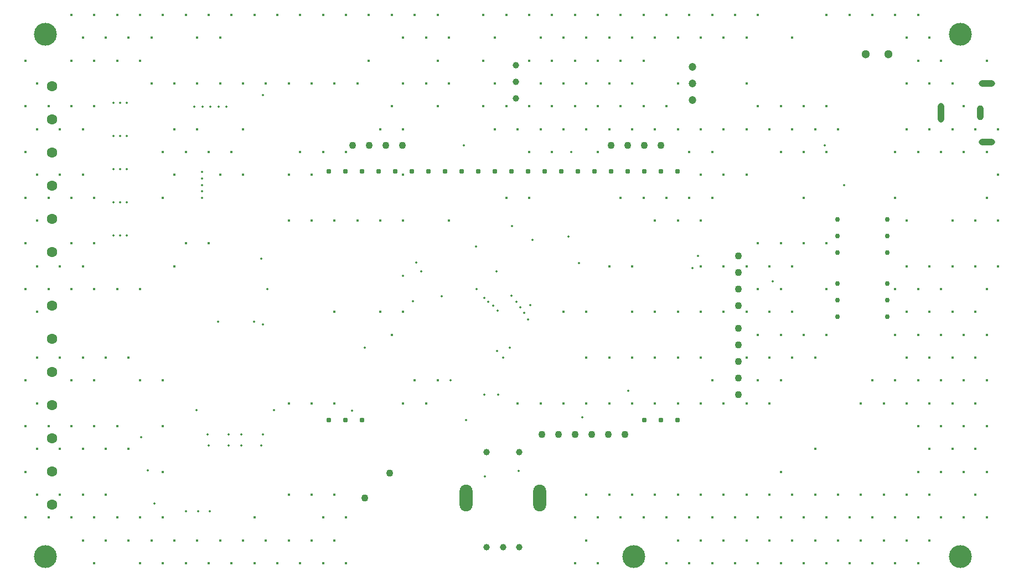
<source format=gbr>
%TF.GenerationSoftware,Altium Limited,Altium Designer,22.11.1 (43)*%
G04 Layer_Color=0*
%FSLAX43Y43*%
%MOMM*%
%TF.SameCoordinates,713154A8-74CC-4FB3-A553-2C66CAAA5226*%
%TF.FilePolarity,Positive*%
%TF.FileFunction,Plated,1,2,PTH,Drill*%
%TF.Part,Single*%
G01*
G75*
%TA.AperFunction,ComponentDrill*%
%ADD92O,2.000X4.100*%
%ADD93C,1.000*%
%ADD94C,0.780*%
%ADD95C,0.750*%
%ADD96O,2.500X1.000*%
%ADD97O,1.000X3.000*%
%ADD98O,1.000X2.300*%
%ADD99C,1.600*%
%ADD100C,1.100*%
%ADD101C,1.000*%
%TA.AperFunction,OtherDrill,Free Pad (95mm,5mm)*%
%ADD102C,3.500*%
%TA.AperFunction,OtherDrill,Free Pad (5mm,85mm)*%
%ADD103C,3.500*%
%TA.AperFunction,ComponentDrill*%
%ADD104C,1.200*%
%ADD105C,1.300*%
%TA.AperFunction,OtherDrill,Free Pad (145mm,85mm)*%
%ADD106C,3.500*%
%TA.AperFunction,OtherDrill,Free Pad (5mm,5mm)*%
%ADD107C,3.500*%
%TA.AperFunction,OtherDrill,Free Pad (145mm,5mm)*%
%ADD108C,3.500*%
%TA.AperFunction,ComponentDrill*%
%ADD109C,1.100*%
%TA.AperFunction,ViaDrill,NotFilled*%
%ADD110C,0.400*%
%ADD111C,0.350*%
D92*
X69400Y14000D02*
D03*
X80600D02*
D03*
D93*
X72500Y6500D02*
D03*
X75000D02*
D03*
X77500D02*
D03*
X72500Y21000D02*
D03*
X77500D02*
D03*
D94*
X48330Y25950D02*
D03*
X53410D02*
D03*
X50870D02*
D03*
X61030Y64050D02*
D03*
X71190D02*
D03*
X68650D02*
D03*
X66110D02*
D03*
X63570D02*
D03*
X58490D02*
D03*
X55950D02*
D03*
X53410D02*
D03*
X50870D02*
D03*
X48330D02*
D03*
X101670Y25950D02*
D03*
X99130D02*
D03*
X96590D02*
D03*
X73730Y64050D02*
D03*
X101670D02*
D03*
X88970D02*
D03*
X83890D02*
D03*
X81350D02*
D03*
X78810D02*
D03*
X76270D02*
D03*
X91510D02*
D03*
X94050D02*
D03*
X96590D02*
D03*
X86430D02*
D03*
X99130D02*
D03*
D95*
X126190Y56640D02*
D03*
Y54100D02*
D03*
Y51560D02*
D03*
X133810D02*
D03*
Y54100D02*
D03*
Y56640D02*
D03*
X126190Y46840D02*
D03*
Y44300D02*
D03*
Y41760D02*
D03*
X133810D02*
D03*
Y44300D02*
D03*
Y46840D02*
D03*
D96*
X149000Y68500D02*
D03*
Y77500D02*
D03*
D97*
X142000Y73000D02*
D03*
D98*
X148000D02*
D03*
D99*
X6000Y13000D02*
D03*
Y18080D02*
D03*
Y28240D02*
D03*
Y38400D02*
D03*
Y43480D02*
D03*
Y33320D02*
D03*
Y23160D02*
D03*
X6000Y51700D02*
D03*
Y56780D02*
D03*
Y66940D02*
D03*
Y77100D02*
D03*
Y72020D02*
D03*
Y61860D02*
D03*
D100*
X57080Y68000D02*
D03*
X59620D02*
D03*
X54540D02*
D03*
X52000D02*
D03*
X96590D02*
D03*
X99130D02*
D03*
X94050D02*
D03*
X91510D02*
D03*
X53900Y14000D02*
D03*
X57710Y17810D02*
D03*
X81000Y23700D02*
D03*
X83540D02*
D03*
X88620D02*
D03*
X93700D02*
D03*
X91160D02*
D03*
X86080D02*
D03*
D101*
X77000Y80300D02*
D03*
Y77760D02*
D03*
Y75220D02*
D03*
D102*
X95000Y5000D02*
D03*
D103*
X5000Y85000D02*
D03*
D104*
X104000Y74920D02*
D03*
Y77460D02*
D03*
Y80000D02*
D03*
D105*
X130500Y82000D02*
D03*
X134000D02*
D03*
D106*
X145000Y85000D02*
D03*
D107*
X5000Y5000D02*
D03*
D108*
X145000D02*
D03*
D109*
X111000Y34920D02*
D03*
Y29840D02*
D03*
Y32380D02*
D03*
Y37460D02*
D03*
Y40000D02*
D03*
Y51120D02*
D03*
Y48580D02*
D03*
Y43500D02*
D03*
Y46040D02*
D03*
D110*
X138500Y88000D02*
D03*
X140250Y84500D02*
D03*
X135000Y88000D02*
D03*
X136750Y84500D02*
D03*
X131500Y88000D02*
D03*
X128000D02*
D03*
X124500D02*
D03*
Y74000D02*
D03*
X126250Y70500D02*
D03*
X124500Y67000D02*
D03*
Y53000D02*
D03*
Y46000D02*
D03*
Y39000D02*
D03*
X121000Y74000D02*
D03*
X122750Y70500D02*
D03*
X121000Y67000D02*
D03*
Y60000D02*
D03*
Y53000D02*
D03*
Y39000D02*
D03*
X122750Y35500D02*
D03*
X119250Y84500D02*
D03*
X117500Y74000D02*
D03*
X119250Y70500D02*
D03*
X117500Y67000D02*
D03*
Y53000D02*
D03*
X119250Y49500D02*
D03*
X117500Y46000D02*
D03*
X119250Y42500D02*
D03*
X117500Y39000D02*
D03*
X119250Y35500D02*
D03*
X117500Y32000D02*
D03*
X114000Y88000D02*
D03*
Y74000D02*
D03*
X115750Y70500D02*
D03*
X114000Y53000D02*
D03*
X115750Y49500D02*
D03*
X114000Y46000D02*
D03*
X115750Y42500D02*
D03*
X114000Y39000D02*
D03*
X115750Y35500D02*
D03*
X114000Y32000D02*
D03*
X115750Y28500D02*
D03*
X110500Y88000D02*
D03*
X112250Y84500D02*
D03*
Y77500D02*
D03*
Y70500D02*
D03*
Y63500D02*
D03*
Y49500D02*
D03*
Y42500D02*
D03*
Y35500D02*
D03*
Y28500D02*
D03*
X107000Y88000D02*
D03*
X108750Y84500D02*
D03*
Y70500D02*
D03*
X107000Y67000D02*
D03*
X108750Y63500D02*
D03*
X107000Y60000D02*
D03*
X108750Y49500D02*
D03*
Y42500D02*
D03*
X107000Y32000D02*
D03*
X108750Y28500D02*
D03*
X103500Y88000D02*
D03*
X105250Y84500D02*
D03*
Y70500D02*
D03*
X103500Y67000D02*
D03*
X105250Y63500D02*
D03*
X103500Y60000D02*
D03*
X105250Y56500D02*
D03*
Y49500D02*
D03*
Y42500D02*
D03*
Y35500D02*
D03*
Y28500D02*
D03*
X100000Y88000D02*
D03*
X101750Y84500D02*
D03*
Y77500D02*
D03*
X100000Y74000D02*
D03*
X101750Y70500D02*
D03*
X100000Y60000D02*
D03*
X101750Y56500D02*
D03*
Y42500D02*
D03*
Y35500D02*
D03*
Y28500D02*
D03*
X96500Y88000D02*
D03*
X98250Y84500D02*
D03*
X96500Y81000D02*
D03*
Y74000D02*
D03*
X98250Y70500D02*
D03*
X96500Y60000D02*
D03*
X98250Y56500D02*
D03*
Y42500D02*
D03*
Y35500D02*
D03*
Y28500D02*
D03*
X93000Y88000D02*
D03*
X94750Y84500D02*
D03*
X93000Y81000D02*
D03*
X94750Y77500D02*
D03*
X93000Y74000D02*
D03*
X94750Y70500D02*
D03*
X93000Y60000D02*
D03*
X94750Y49500D02*
D03*
Y42500D02*
D03*
Y35500D02*
D03*
Y28500D02*
D03*
X89500Y88000D02*
D03*
X91250Y84500D02*
D03*
X89500Y81000D02*
D03*
X91250Y77500D02*
D03*
X89500Y74000D02*
D03*
X91250Y70500D02*
D03*
X89500Y67000D02*
D03*
X91250Y49500D02*
D03*
Y35500D02*
D03*
Y28500D02*
D03*
X86000Y88000D02*
D03*
X87750Y84500D02*
D03*
X86000Y81000D02*
D03*
X87750Y77500D02*
D03*
X86000Y74000D02*
D03*
X87750Y70500D02*
D03*
Y42500D02*
D03*
Y35500D02*
D03*
Y28500D02*
D03*
X82500Y88000D02*
D03*
X84250Y84500D02*
D03*
X82500Y81000D02*
D03*
X84250Y77500D02*
D03*
X82500Y74000D02*
D03*
X84250Y70500D02*
D03*
X82500Y67000D02*
D03*
X84250Y42500D02*
D03*
Y28500D02*
D03*
X79000Y88000D02*
D03*
X80750Y84500D02*
D03*
X79000Y81000D02*
D03*
X80750Y77500D02*
D03*
X79000Y74000D02*
D03*
X80750Y70500D02*
D03*
X79000Y67000D02*
D03*
Y60000D02*
D03*
X80750Y28500D02*
D03*
X75500Y88000D02*
D03*
Y74000D02*
D03*
X77250Y70500D02*
D03*
X75500Y60000D02*
D03*
X77250Y28500D02*
D03*
X72000Y88000D02*
D03*
X73750Y84500D02*
D03*
X72000Y81000D02*
D03*
X73750Y77500D02*
D03*
X72000Y74000D02*
D03*
X73750Y70500D02*
D03*
X65000Y88000D02*
D03*
X66750Y84500D02*
D03*
X65000Y81000D02*
D03*
X66750Y77500D02*
D03*
X65000Y74000D02*
D03*
X66750Y56500D02*
D03*
X65000Y32000D02*
D03*
X61500Y88000D02*
D03*
X63250Y84500D02*
D03*
Y77500D02*
D03*
X61500Y32000D02*
D03*
X63250Y28500D02*
D03*
X58000Y88000D02*
D03*
X59750Y84500D02*
D03*
Y77500D02*
D03*
X58000Y74000D02*
D03*
X59750Y70500D02*
D03*
Y63500D02*
D03*
Y56500D02*
D03*
Y42500D02*
D03*
X58000Y39000D02*
D03*
X59750Y28500D02*
D03*
X54500Y88000D02*
D03*
Y81000D02*
D03*
X56250Y70500D02*
D03*
Y56500D02*
D03*
Y42500D02*
D03*
X51000Y88000D02*
D03*
X52750Y77500D02*
D03*
X51000Y67000D02*
D03*
X52750Y56500D02*
D03*
X47500Y88000D02*
D03*
X49250Y77500D02*
D03*
X47500Y67000D02*
D03*
X49250Y56500D02*
D03*
Y42500D02*
D03*
X44000Y88000D02*
D03*
X45750Y77500D02*
D03*
X44000Y67000D02*
D03*
X45750Y63500D02*
D03*
Y56500D02*
D03*
X40500Y88000D02*
D03*
X42250Y77500D02*
D03*
Y63500D02*
D03*
Y56500D02*
D03*
X37000Y88000D02*
D03*
X38750Y77500D02*
D03*
X33500Y88000D02*
D03*
X35250Y77500D02*
D03*
Y70500D02*
D03*
X33500Y67000D02*
D03*
X35250Y63500D02*
D03*
X30000Y88000D02*
D03*
X31750Y84500D02*
D03*
Y77500D02*
D03*
X30000Y67000D02*
D03*
X31750Y63500D02*
D03*
X30000Y53000D02*
D03*
X26500Y88000D02*
D03*
X28250Y84500D02*
D03*
Y77500D02*
D03*
Y70500D02*
D03*
X26500Y67000D02*
D03*
Y53000D02*
D03*
X23000Y88000D02*
D03*
X24750Y77500D02*
D03*
Y70500D02*
D03*
X23000Y67000D02*
D03*
X24750Y63500D02*
D03*
X23000Y60000D02*
D03*
X24750Y49500D02*
D03*
X19500Y88000D02*
D03*
X21250Y84500D02*
D03*
X19500Y81000D02*
D03*
X21250Y77500D02*
D03*
X19500Y46000D02*
D03*
X16000Y88000D02*
D03*
X17750Y84500D02*
D03*
X16000Y81000D02*
D03*
Y46000D02*
D03*
X12500Y88000D02*
D03*
X14250Y84500D02*
D03*
X12500Y81000D02*
D03*
Y74000D02*
D03*
Y60000D02*
D03*
Y53000D02*
D03*
Y46000D02*
D03*
X9000Y88000D02*
D03*
X10750Y84500D02*
D03*
X9000Y81000D02*
D03*
Y74000D02*
D03*
X10750Y70500D02*
D03*
Y63500D02*
D03*
X9000Y60000D02*
D03*
Y53000D02*
D03*
X10750Y49500D02*
D03*
X9000Y46000D02*
D03*
X5500Y74000D02*
D03*
X7250Y70500D02*
D03*
Y63500D02*
D03*
X5500Y60000D02*
D03*
X7250Y49500D02*
D03*
X5500Y46000D02*
D03*
X2000Y81000D02*
D03*
X3750Y77500D02*
D03*
X2000Y74000D02*
D03*
X3750Y70500D02*
D03*
X2000Y67000D02*
D03*
X3750Y63500D02*
D03*
X2000Y60000D02*
D03*
X3750Y56500D02*
D03*
X2000Y53000D02*
D03*
X3750Y49500D02*
D03*
X2000Y46000D02*
D03*
X3750Y42500D02*
D03*
X35250Y7500D02*
D03*
X136750Y70500D02*
D03*
X37000Y11000D02*
D03*
X26500Y4000D02*
D03*
X140250Y35500D02*
D03*
X10750Y21500D02*
D03*
X122750Y14500D02*
D03*
X14250Y7500D02*
D03*
X47500Y11000D02*
D03*
X23000D02*
D03*
X28250Y7500D02*
D03*
X45750Y14500D02*
D03*
Y28500D02*
D03*
X135000Y4000D02*
D03*
X140250Y14500D02*
D03*
X89500Y4000D02*
D03*
X40500D02*
D03*
X19500Y32000D02*
D03*
X94750Y14500D02*
D03*
X143750Y21500D02*
D03*
X14250D02*
D03*
X12500Y25000D02*
D03*
X115750Y7500D02*
D03*
X138500Y4000D02*
D03*
X136750Y49500D02*
D03*
X7250Y35500D02*
D03*
X143750D02*
D03*
X149000Y60000D02*
D03*
X89500Y11000D02*
D03*
X149000Y81000D02*
D03*
X138500Y18000D02*
D03*
X140250Y77500D02*
D03*
X3750Y21500D02*
D03*
X122750D02*
D03*
X129750Y28500D02*
D03*
X51000Y4000D02*
D03*
X10750Y35500D02*
D03*
X145500Y18000D02*
D03*
X9000Y25000D02*
D03*
X138500Y81000D02*
D03*
X140250Y49500D02*
D03*
X51000Y11000D02*
D03*
X115750Y14500D02*
D03*
X12500Y32000D02*
D03*
Y11000D02*
D03*
X150750Y63500D02*
D03*
X14250Y35500D02*
D03*
X138500Y46000D02*
D03*
X142000Y11000D02*
D03*
X103500Y4000D02*
D03*
X119250Y7500D02*
D03*
X9000Y32000D02*
D03*
X136750Y28500D02*
D03*
X138500Y32000D02*
D03*
X149000Y46000D02*
D03*
X17750Y21500D02*
D03*
X147250Y49500D02*
D03*
X150750Y56500D02*
D03*
X140250Y7500D02*
D03*
X42250D02*
D03*
X86000Y4000D02*
D03*
X3750Y14500D02*
D03*
X145500Y39000D02*
D03*
X10750Y14500D02*
D03*
X112250D02*
D03*
X103500Y11000D02*
D03*
X19500D02*
D03*
X138500Y25000D02*
D03*
X128000Y11000D02*
D03*
X7250Y14500D02*
D03*
X119250D02*
D03*
X114000Y11000D02*
D03*
X126250Y7500D02*
D03*
X21250D02*
D03*
X135000Y60000D02*
D03*
X101750Y14500D02*
D03*
X135000Y46000D02*
D03*
X10750Y7500D02*
D03*
X150750Y49500D02*
D03*
X87750Y7500D02*
D03*
X86000Y11000D02*
D03*
X138500Y39000D02*
D03*
X150750Y70500D02*
D03*
X149000Y11000D02*
D03*
X49250Y7500D02*
D03*
X138500Y11000D02*
D03*
X140250Y28500D02*
D03*
X23000Y32000D02*
D03*
X108750Y7500D02*
D03*
X45750D02*
D03*
X33500Y4000D02*
D03*
X101750Y7500D02*
D03*
X7250Y21500D02*
D03*
X42250Y14500D02*
D03*
X140250Y21500D02*
D03*
X117500Y4000D02*
D03*
X135000Y39000D02*
D03*
X24750Y7500D02*
D03*
X136750Y56500D02*
D03*
X145500Y11000D02*
D03*
X122750Y7500D02*
D03*
X110500Y4000D02*
D03*
X5500Y25000D02*
D03*
X135000Y32000D02*
D03*
X9000Y11000D02*
D03*
X42250Y28500D02*
D03*
X16000Y11000D02*
D03*
X147250Y70500D02*
D03*
X143750Y42500D02*
D03*
X2000Y18000D02*
D03*
X124500Y4000D02*
D03*
X17750Y7500D02*
D03*
X142000Y32000D02*
D03*
Y46000D02*
D03*
X147250Y35500D02*
D03*
Y21500D02*
D03*
X149000Y39000D02*
D03*
X145500Y25000D02*
D03*
X3750Y28500D02*
D03*
X143750Y77500D02*
D03*
X23000Y18000D02*
D03*
X105250Y14500D02*
D03*
X136750Y42500D02*
D03*
X135000Y67000D02*
D03*
X149000Y18000D02*
D03*
X142000Y81000D02*
D03*
X107000Y11000D02*
D03*
X93000D02*
D03*
X100000D02*
D03*
X124500D02*
D03*
X110500D02*
D03*
X135000D02*
D03*
X133250Y7500D02*
D03*
X121000Y11000D02*
D03*
X142000Y39000D02*
D03*
X131500Y32000D02*
D03*
X147250Y56500D02*
D03*
X142000Y18000D02*
D03*
X143750Y70500D02*
D03*
X37000Y4000D02*
D03*
X23000D02*
D03*
X133250Y14500D02*
D03*
X108750D02*
D03*
X117500Y11000D02*
D03*
X12500Y4000D02*
D03*
X105250Y7500D02*
D03*
X145500Y67000D02*
D03*
X3750Y35500D02*
D03*
X19500Y4000D02*
D03*
X38750Y7500D02*
D03*
X14250Y14500D02*
D03*
X149000Y25000D02*
D03*
X142000D02*
D03*
X131500Y11000D02*
D03*
X91250Y14500D02*
D03*
X140250Y70500D02*
D03*
X133250Y28500D02*
D03*
X44000Y4000D02*
D03*
X87750Y14500D02*
D03*
X149000Y32000D02*
D03*
X31750Y7500D02*
D03*
X131500Y4000D02*
D03*
X147250Y28500D02*
D03*
X107000Y4000D02*
D03*
X147250Y14500D02*
D03*
X145500Y74000D02*
D03*
X47500Y4000D02*
D03*
X30000D02*
D03*
X136750Y77500D02*
D03*
X112250Y7500D02*
D03*
X140250Y42500D02*
D03*
X100000Y4000D02*
D03*
X2000Y25000D02*
D03*
X126250Y14500D02*
D03*
X143750Y49500D02*
D03*
X147250Y42500D02*
D03*
X16000Y25000D02*
D03*
X136750Y7500D02*
D03*
X49250Y28500D02*
D03*
X96500Y11000D02*
D03*
X23000Y25000D02*
D03*
X2000Y32000D02*
D03*
X129750Y7500D02*
D03*
X128000Y4000D02*
D03*
X5500Y11000D02*
D03*
X136750Y14500D02*
D03*
X98250D02*
D03*
X117500Y18000D02*
D03*
X2000Y11000D02*
D03*
X143750Y28500D02*
D03*
X142000Y67000D02*
D03*
X129750Y14500D02*
D03*
X143750Y56500D02*
D03*
X121000Y4000D02*
D03*
X136750Y35500D02*
D03*
X145500Y32000D02*
D03*
X17750Y35500D02*
D03*
X114000Y4000D02*
D03*
X138500Y67000D02*
D03*
X149000D02*
D03*
X49250Y14500D02*
D03*
D111*
X72153Y44654D02*
D03*
X70953Y46010D02*
D03*
X69400Y25950D02*
D03*
X72245Y17282D02*
D03*
X67000Y32000D02*
D03*
X27795Y73967D02*
D03*
X29021D02*
D03*
X30247D02*
D03*
X31474D02*
D03*
X32700D02*
D03*
X15419Y74500D02*
D03*
X16444D02*
D03*
X17469D02*
D03*
X15419Y69420D02*
D03*
X16444D02*
D03*
X17469D02*
D03*
X15419Y64340D02*
D03*
X16444D02*
D03*
X17469D02*
D03*
X15419Y59260D02*
D03*
X16444D02*
D03*
X17469D02*
D03*
Y54180D02*
D03*
X16444D02*
D03*
X15419D02*
D03*
X127190Y61895D02*
D03*
X77373Y18127D02*
D03*
X87100Y26388D02*
D03*
X51895Y27386D02*
D03*
X94197Y30450D02*
D03*
X69000Y68000D02*
D03*
X72153Y29840D02*
D03*
X74260D02*
D03*
X26498Y12000D02*
D03*
X28349D02*
D03*
X30200D02*
D03*
X38000Y50682D02*
D03*
X65607Y44913D02*
D03*
X73469Y43426D02*
D03*
X72783Y44010D02*
D03*
X61200Y44142D02*
D03*
X61700Y50100D02*
D03*
X62500Y48694D02*
D03*
X124250Y68000D02*
D03*
X76381Y55668D02*
D03*
X76299Y44962D02*
D03*
X74218Y42731D02*
D03*
X76055Y37000D02*
D03*
X79223Y43527D02*
D03*
X77043Y44078D02*
D03*
X74010Y48694D02*
D03*
X85470Y66984D02*
D03*
X29800Y23700D02*
D03*
X33050D02*
D03*
X35000D02*
D03*
X38250D02*
D03*
X78263Y42335D02*
D03*
X77626Y43201D02*
D03*
X78839Y41322D02*
D03*
X28098Y27491D02*
D03*
X20700Y18200D02*
D03*
X21700Y13120D02*
D03*
X40000Y27491D02*
D03*
X38000Y22000D02*
D03*
X35000D02*
D03*
X33050D02*
D03*
X30000D02*
D03*
X104000Y49246D02*
D03*
X31400Y41000D02*
D03*
X28960Y59961D02*
D03*
Y60959D02*
D03*
Y61946D02*
D03*
Y62948D02*
D03*
Y63949D02*
D03*
X85000Y54000D02*
D03*
X86600Y50000D02*
D03*
X38300Y75749D02*
D03*
X79500Y53500D02*
D03*
X116275Y47200D02*
D03*
X104816Y51120D02*
D03*
X53900Y37000D02*
D03*
X70900Y52500D02*
D03*
X75000Y35500D02*
D03*
X59748Y48000D02*
D03*
X74100Y36500D02*
D03*
X36902Y41000D02*
D03*
X39000Y46000D02*
D03*
X38250Y40600D02*
D03*
X19700Y23280D02*
D03*
%TF.MD5,acbc3416f118901c34ca7a0594de69f9*%
M02*

</source>
